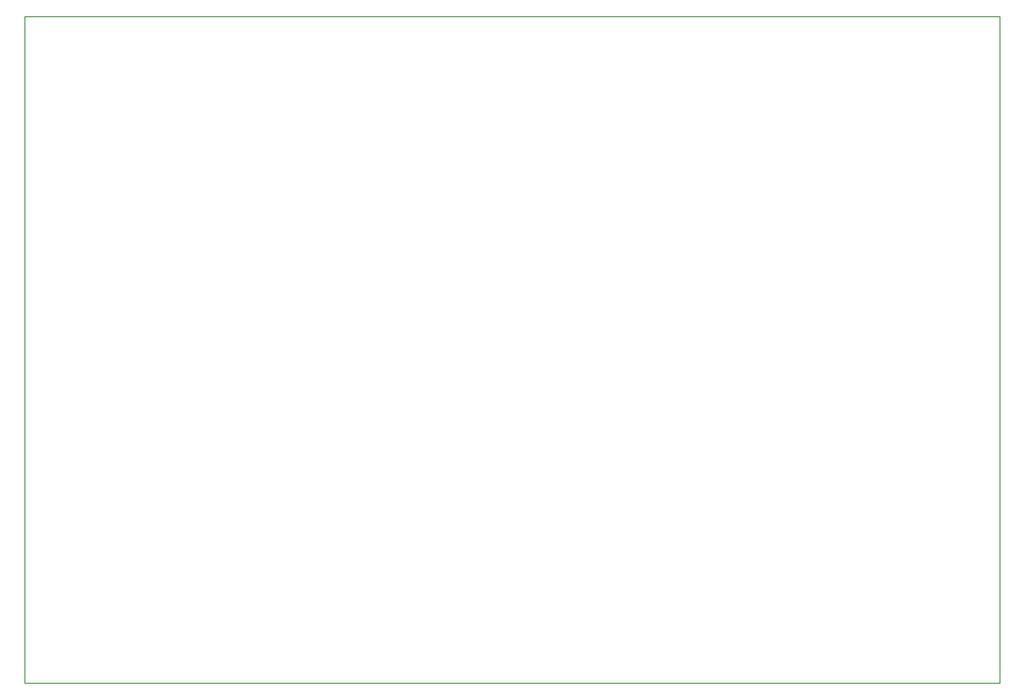
<source format=gbr>
G04 #@! TF.GenerationSoftware,KiCad,Pcbnew,(5.1.2)-2*
G04 #@! TF.CreationDate,2020-01-18T23:10:23-05:00*
G04 #@! TF.ProjectId,PowerSenseModule,506f7765-7253-4656-9e73-654d6f64756c,1.0*
G04 #@! TF.SameCoordinates,Original*
G04 #@! TF.FileFunction,Profile,NP*
%FSLAX46Y46*%
G04 Gerber Fmt 4.6, Leading zero omitted, Abs format (unit mm)*
G04 Created by KiCad (PCBNEW (5.1.2)-2) date 2020-01-18 23:10:23*
%MOMM*%
%LPD*%
G04 APERTURE LIST*
%ADD10C,0.050000*%
G04 APERTURE END LIST*
D10*
X199960000Y-59170000D02*
X108910000Y-59170000D01*
X108910000Y-59170000D02*
X108910000Y-121470000D01*
X199960000Y-59170000D02*
X199960000Y-121470000D01*
X108910000Y-121470000D02*
X199960000Y-121470000D01*
M02*

</source>
